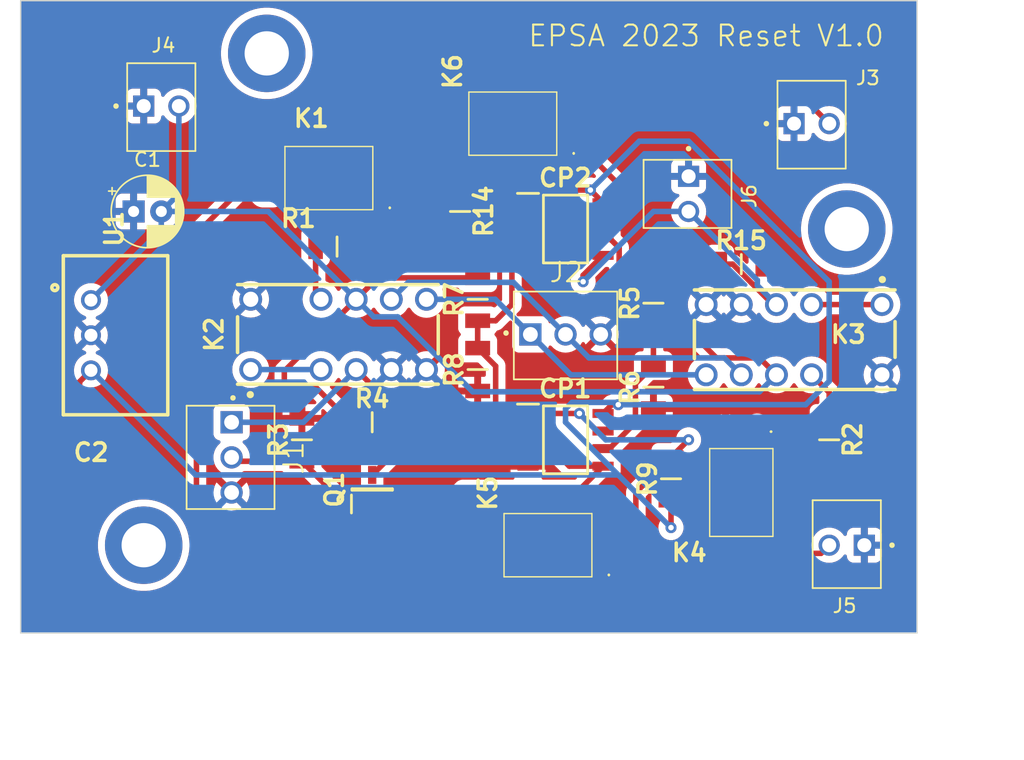
<source format=kicad_pcb>
(kicad_pcb (version 20221018) (generator pcbnew)
  (layers (0 "F.Cu" signal) (31 "B.Cu" signal) (34 "B.Paste" user) (35 "F.Paste" user) (36 "B.SilkS" user "B.Silkscreen") (37 "F.SilkS" user "F.Silkscreen") (38 "B.Mask" user) (39 "F.Mask" user) (44 "Edge.Cuts" user))
  (net 0 "")
  (net 1 "GND")
  (net 2 "+12V")
  (net 3 "/Opto IMD")
  (net 4 "OK_HS_IMD")
  (net 5 "/11V")
  (net 6 "+5V")
  (net 7 "/C Button + LED")
  (net 8 "/NO Button")
  (net 9 "/1V")
  (net 10 "/Opto AMS")
  (net 11 "Net-(K1-+_CONTROL)")
  (net 12 "Net-(K2-Pad1)")
  (net 13 "Net-(K2-Pad9)")
  (net 14 "AMS Status")
  (net 15 "/SC in")
  (net 16 "/SC out")
  (net 17 "IMD Indicator")
  (net 18 "/SC out IMD")
  (net 19 "/SC out dongle 2")
  (net 20 "Net-(K3-Pad1)")
  (net 21 "Net-(K3-Pad9)")
  (net 22 "Net-(K4-+_CONTROL)")
  (net 23 "/SC out dongle 1")
  (footprint "EPSA_lib:RESC3216X70N" (layer "F.Cu") (at 170.18 94.97)
    (fp_text reference "R15" (at -0.011901 -1.701971) (layer "F.SilkS") (effects (font (size 1.27 1.27) (thickness 0.254))))
    (fp_text value "10k" hide)
    (pad "1" smd rect (at -1.55 0) (size 1.05 1.8) (layers "F.Cu" "F.Paste" "F.Mask") (net 14 "AMS Status"))
    (pad "2" smd rect (at 1.55 0) (size 1.05 1.8) (layers "F.Cu" "F.Paste" "F.Mask") (net 1 "GND"))
  )
  (footprint "" (layer "F.Cu") (at 135.89 79.73)
    (fp_text reference "" (at 0 0) (layer "F.SilkS") (effects (font (size 1.27 1.27))))
    (fp_text value "" (at 0 0) (layer "F.SilkS") (effects (font (size 1.27 1.27))))
    (pad "1" thru_hole circle (at 0 0) (size 5.6 5.6) (drill 3.2) (layers "*.Cu" "*.Mask"))
  )
  (footprint "EPSA_lib:CPC1394GR" (layer "F.Cu") (at 153.67 84.81 90)
    (fp_text reference "K6" (at 3.763068 -4.351704 90) (layer "F.SilkS") (effects (font (size 1.27 1.27) (thickness 0.254))))
    (fp_text value "SSR CPC1394GR" hide)
    (pad "1" smd oval (at -1.143 4.4 90) (size 0.95 1.6) (layers "F.Cu" "F.Paste" "F.Mask") (net 10 "/Opto AMS"))
    (pad "2" smd oval (at 1.143 4.4 90) (size 0.95 1.6) (layers "F.Cu" "F.Paste" "F.Mask") (net 1 "GND"))
    (pad "3" smd oval (at 1.143 -4.4 90) (size 0.95 1.6) (layers "F.Cu" "F.Paste" "F.Mask") (net 19 "/SC out dongle 2"))
    (pad "4" smd oval (at -1.143 -4.4 90) (size 0.95 1.6) (layers "F.Cu" "F.Paste" "F.Mask") (net 15 "/SC in"))
  )
  (footprint "EPSA_lib:RESC3216X70N" (layer "F.Cu") (at 138.43 107.67 90)
    (fp_text reference "R3" (at -0.011901 -1.701971 90) (layer "F.SilkS") (effects (font (size 1.27 1.27) (thickness 0.254))))
    (fp_text value "10k" hide)
    (pad "1" smd rect (at -1.55 0 90) (size 1.05 1.8) (layers "F.Cu" "F.Paste" "F.Mask") (net 4 "OK_HS_IMD"))
    (pad "2" smd rect (at 1.55 0 90) (size 1.05 1.8) (layers "F.Cu" "F.Paste" "F.Mask") (net 1 "GND"))
  )
  (footprint "EPSA_lib:RESC3216X70N" (layer "F.Cu") (at 151.13 97.51 90)
    (fp_text reference "R7" (at -0.011901 -1.701971 90) (layer "F.SilkS") (effects (font (size 1.27 1.27) (thickness 0.254))))
    (fp_text value "2k" hide)
    (pad "1" smd rect (at -1.55 0 90) (size 1.05 1.8) (layers "F.Cu" "F.Paste" "F.Mask") (net 5 "/11V"))
    (pad "2" smd rect (at 1.55 0 90) (size 1.05 1.8) (layers "F.Cu" "F.Paste" "F.Mask") (net 2 "+12V"))
  )
  (footprint "" (layer "F.Cu") (at 177.8 92.43)
    (fp_text reference "" (at 0 0) (layer "F.SilkS") (effects (font (size 1.27 1.27))))
    (fp_text value "" (at 0 0) (layer "F.SilkS") (effects (font (size 1.27 1.27))))
    (pad "1" thru_hole circle (at 0 0) (size 5.6 5.6) (drill 3.2) (layers "*.Cu" "*.Mask"))
  )
  (footprint "EPSA_lib:CPC1394GR" (layer "F.Cu") (at 156.21 115.29 90)
    (fp_text reference "K5" (at 3.763068 -4.351704 90) (layer "F.SilkS") (effects (font (size 1.27 1.27) (thickness 0.254))))
    (fp_text value "SSR CPC1394GR" hide)
    (pad "1" smd oval (at -1.143 4.4 90) (size 0.95 1.6) (layers "F.Cu" "F.Paste" "F.Mask") (net 3 "/Opto IMD"))
    (pad "2" smd oval (at 1.143 4.4 90) (size 0.95 1.6) (layers "F.Cu" "F.Paste" "F.Mask") (net 1 "GND"))
    (pad "3" smd oval (at 1.143 -4.4 90) (size 0.95 1.6) (layers "F.Cu" "F.Paste" "F.Mask") (net 23 "/SC out dongle 1"))
    (pad "4" smd oval (at -1.143 -4.4 90) (size 0.95 1.6) (layers "F.Cu" "F.Paste" "F.Mask") (net 18 "/SC out IMD"))
  )
  (footprint "EPSA_lib:CAPC2012X130N" (layer "F.Cu") (at 123.19 110.21)
    (fp_text reference "C2" (at 0.011623 -1.627268) (layer "F.SilkS") (effects (font (size 1.27 1.27) (thickness 0.254))))
    (fp_text value "15p" hide)
    (pad "1" smd rect (at -0.82 0) (size 1.07 1.47) (layers "F.Cu" "F.Paste" "F.Mask") (net 6 "+5V"))
    (pad "2" smd rect (at 0.82 0) (size 1.07 1.47) (layers "F.Cu" "F.Paste" "F.Mask") (net 1 "GND"))
  )
  (footprint "EPSA_lib:MOLEX_22-11-2022" (layer "F.Cu") (at 173.99 84.81)
    (fp_text reference "J3" (at 5.334 -3.302 180) (layer "F.SilkS"))
    (fp_text value "2P Droit 2-11-2022")
    (pad "1" thru_hole rect (at 0 0) (size 1.53 1.53) (drill 1.02) (layers "*.Cu" "*.Mask") (net 1 "GND"))
    (pad "2" thru_hole circle (at 2.54 0) (size 1.53 1.53) (drill 1.02) (layers "*.Cu" "*.Mask") (net 15 "/SC in"))
  )
  (footprint "EPSA_lib:SOIC127P600X175-8N" (layer "F.Cu") (at 157.48 107.67)
    (fp_text reference "CP1" (at -0.021001 -3.6963) (layer "F.SilkS") (effects (font (size 1.27 1.27) (thickness 0.254))))
    (fp_text value "Comparateur Double LM393LVDR" hide)
    (pad "1" smd rect (at -2.711 -1.905 90) (size 0.65 1.528) (layers "F.Cu" "F.Paste" "F.Mask") (net 3 "/Opto IMD"))
    (pad "2" smd rect (at -2.711 -0.635 90) (size 0.65 1.528) (layers "F.Cu" "F.Paste" "F.Mask") (net 4 "OK_HS_IMD"))
    (pad "3" smd rect (at -2.711 0.635 90) (size 0.65 1.528) (layers "F.Cu" "F.Paste" "F.Mask") (net 5 "/11V"))
    (pad "4" smd rect (at -2.711 1.905 90) (size 0.65 1.528) (layers "F.Cu" "F.Paste" "F.Mask") (net 1 "GND"))
    (pad "5" smd rect (at 2.711 1.905 90) (size 0.65 1.528) (layers "F.Cu" "F.Paste" "F.Mask") (net 4 "OK_HS_IMD"))
    (pad "6" smd rect (at 2.711 0.635 90) (size 0.65 1.528) (layers "F.Cu" "F.Paste" "F.Mask") (net 9 "/1V"))
    (pad "7" smd rect (at 2.711 -0.635 90) (size 0.65 1.528) (layers "F.Cu" "F.Paste" "F.Mask") (net 3 "/Opto IMD"))
    (pad "8" smd rect (at 2.711 -1.905 90) (size 0.65 1.528) (layers "F.Cu" "F.Paste" "F.Mask") (net 6 "+5V"))
  )
  (footprint "EPSA_lib:MOLEX_22-11-2032" (layer "F.Cu") (at 133.35 106.4 -90)
    (fp_text reference "J1" (at 2.585 -4.489 90) (layer "F.SilkS") (effects (font (size 1.4 1.4))))
    (fp_text value "3P Droit 22-11-2032")
    (pad "1" thru_hole rect (at 0 0 270) (size 1.61 1.61) (drill 1.07) (layers "*.Cu" "*.Mask") (net 17 "IMD Indicator"))
    (pad "2" thru_hole circle (at 2.54 0 270) (size 1.61 1.61) (drill 1.07) (layers "*.Cu" "*.Mask") (net 4 "OK_HS_IMD"))
    (pad "3" thru_hole circle (at 5.08 0 270) (size 1.61 1.61) (drill 1.07) (layers "*.Cu" "*.Mask") (net 1 "GND"))
  )
  (footprint "EPSA_lib:RESC3216X70N" (layer "F.Cu") (at 165.1 110.49 90)
    (fp_text reference "R9" (at -0.011901 -1.701971 90) (layer "F.SilkS") (effects (font (size 1.27 1.27) (thickness 0.254))))
    (fp_text value "2k2" hide)
    (pad "1" smd rect (at -1.55 0 90) (size 1.05 1.8) (layers "F.Cu" "F.Paste" "F.Mask") (net 6 "+5V"))
    (pad "2" smd rect (at 1.55 0 90) (size 1.05 1.8) (layers "F.Cu" "F.Paste" "F.Mask") (net 3 "/Opto IMD"))
  )
  (footprint "" (layer "F.Cu") (at 127 115.29)
    (fp_text reference "" (at 0 0) (layer "F.SilkS") (effects (font (size 1.27 1.27))))
    (fp_text value "" (at 0 0) (layer "F.SilkS") (effects (font (size 1.27 1.27))))
    (pad "1" thru_hole circle (at 0 0) (size 5.6 5.6) (drill 3.2) (layers "*.Cu" "*.Mask"))
  )
  (footprint "EPSA_lib:V23079" (layer "F.Cu") (at 181.29 104.031905 180)
    (fp_text reference "K3" (at 3.3785 3.981905) (layer "F.SilkS") (effects (font (size 1.27 1.27) (thickness 0.254))))
    (fp_text value "V23079-B1203-B301" hide)
    (pad "1" thru_hole circle (at 0.95 6.14 180) (size 1.65 1.65) (drill 1.1) (layers "*.Cu" "*.Mask") (net 20 "Net-(K3-Pad1)"))
    (pad "2" thru_hole circle (at 6.03 6.14 180) (size 1.65 1.65) (drill 1.1) (layers "*.Cu" "*.Mask") (net 20 "Net-(K3-Pad1)"))
    (pad "3" thru_hole circle (at 8.57 6.14 180) (size 1.65 1.65) (drill 1.1) (layers "*.Cu" "*.Mask") (net 14 "AMS Status"))
    (pad "4" thru_hole circle (at 11.11 6.14 180) (size 1.65 1.65) (drill 1.1) (layers "*.Cu" "*.Mask") (net 1 "GND"))
    (pad "5" thru_hole circle (at 13.65 6.14 180) (size 1.65 1.65) (drill 1.1) (layers "*.Cu" "*.Mask") (net 1 "GND"))
    (pad "6" thru_hole circle (at 13.65 1.06 180) (size 1.65 1.65) (drill 1.1) (layers "*.Cu" "*.Mask") (net 8 "/NO Button"))
    (pad "7" thru_hole circle (at 11.11 1.06 180) (size 1.65 1.65) (drill 1.1) (layers "*.Cu" "*.Mask") (net 7 "/C Button + LED"))
    (pad "8" thru_hole circle (at 8.57 1.06 180) (size 1.65 1.65) (drill 1.1) (layers "*.Cu" "*.Mask") (net 2 "+12V"))
    (pad "9" thru_hole circle (at 6.03 1.06 180) (size 1.65 1.65) (drill 1.1) (layers "*.Cu" "*.Mask") (net 21 "Net-(K3-Pad9)"))
    (pad "10" thru_hole circle (at 0.95 1.06 180) (size 1.65 1.65) (drill 1.1) (layers "*.Cu" "*.Mask") (net 1 "GND"))
  )
  (footprint "EPSA_lib:MOLEX_22-11-2022" (layer "F.Cu") (at 179.07 115.29 180)
    (fp_text reference "J5" (at 1.425 -4.385) (layer "F.SilkS"))
    (fp_text value "2P Droit 2-11-2022")
    (pad "1" thru_hole rect (at 0 0 180) (size 1.53 1.53) (drill 1.02) (layers "*.Cu" "*.Mask") (net 1 "GND"))
    (pad "2" thru_hole circle (at 2.54 0 180) (size 1.53 1.53) (drill 1.02) (layers "*.Cu" "*.Mask") (net 16 "/SC out"))
  )
  (footprint "EPSA_lib:SOIC127P600X175-8N" (layer "F.Cu") (at 157.48 92.43)
    (fp_text reference "CP2" (at -0.021001 -3.6963) (layer "F.SilkS") (effects (font (size 1.27 1.27) (thickness 0.254))))
    (fp_text value "Comparateur Double LM393LVDR" hide)
    (pad "1" smd rect (at -2.711 -1.905 90) (size 0.65 1.528) (layers "F.Cu" "F.Paste" "F.Mask") (net 10 "/Opto AMS"))
    (pad "2" smd rect (at -2.711 -0.635 90) (size 0.65 1.528) (layers "F.Cu" "F.Paste" "F.Mask") (net 14 "AMS Status"))
    (pad "3" smd rect (at -2.711 0.635 90) (size 0.65 1.528) (layers "F.Cu" "F.Paste" "F.Mask") (net 5 "/11V"))
    (pad "4" smd rect (at -2.711 1.905 90) (size 0.65 1.528) (layers "F.Cu" "F.Paste" "F.Mask") (net 1 "GND"))
    (pad "5" smd rect (at 2.711 1.905 90) (size 0.65 1.528) (layers "F.Cu" "F.Paste" "F.Mask") (net 14 "AMS Status"))
    (pad "6" smd rect (at 2.711 0.635 90) (size 0.65 1.528) (layers "F.Cu" "F.Paste" "F.Mask") (net 9 "/1V"))
    (pad "7" smd rect (at 2.711 -0.635 90) (size 0.65 1.528) (layers "F.Cu" "F.Paste" "F.Mask") (net 10 "/Opto AMS"))
    (pad "8" smd rect (at 2.711 -1.905 90) (size 0.65 1.528) (layers "F.Cu" "F.Paste" "F.Mask") (net 6 "+5V"))
  )
  (footprint "EPSA_lib:RESC3216X70N" (layer "F.Cu") (at 163.83 103.86 90)
    (fp_text reference "R6" (at -0.011901 -1.701971 90) (layer "F.SilkS") (effects (font (size 1.27 1.27) (thickness 0.254))))
    (fp_text value "2k" hide)
    (pad "1" smd rect (at -1.55 0 90) (size 1.05 1.8) (layers "F.Cu" "F.Paste" "F.Mask") (net 1 "GND"))
    (pad "2" smd rect (at 1.55 0 90) (size 1.05 1.8) (layers "F.Cu" "F.Paste" "F.Mask") (net 9 "/1V"))
  )
  (footprint "EPSA_lib:RESC3216X70N" (layer "F.Cu") (at 149.86 91.16 -90)
    (fp_text reference "R14" (at -0.011901 -1.701971 90) (layer "F.SilkS") (effects (font (size 1.27 1.27) (thickness 0.254))))
    (fp_text value "2k2" hide)
    (pad "1" smd rect (at -1.55 0 270) (size 1.05 1.8) (layers "F.Cu" "F.Paste" "F.Mask") (net 6 "+5V"))
    (pad "2" smd rect (at 1.55 0 270) (size 1.05 1.8) (layers "F.Cu" "F.Paste" "F.Mask") (net 10 "/Opto AMS"))
  )
  (footprint "EPSA_lib:RESC3216X70N" (layer "F.Cu") (at 151.13 102.59 90)
    (fp_text reference "R8" (at -0.011901 -1.701971 90) (layer "F.SilkS") (effects (font (size 1.27 1.27) (thickness 0.254))))
    (fp_text value "22k" hide)
    (pad "1" smd rect (at -1.55 0 90) (size 1.05 1.8) (layers "F.Cu" "F.Paste" "F.Mask") (net 1 "GND"))
    (pad "2" smd rect (at 1.55 0 90) (size 1.05 1.8) (layers "F.Cu" "F.Paste" "F.Mask") (net 5 "/11V"))
  )
  (footprint "Capacitor_THT:CP_Radial_D5.0mm_P2.00mm" (layer "F.Cu") (at 126.27 91.16)
    (fp_text reference "C1" (at 1 -3.75) (layer "F.SilkS"))
    (fp_text value "C")
    (pad "1" thru_hole rect (at 0 0) (size 1.6 1.6) (drill 0.8) (layers "*.Cu" "*.Mask") (net 1 "GND"))
    (pad "2" thru_hole circle (at 2 0) (size 1.6 1.6) (drill 0.8) (layers "*.Cu" "*.Mask") (net 2 "+12V"))
  )
  (footprint "EPSA_lib:MOLEX_22-11-2022" (layer "F.Cu") (at 166.37 88.62 -90)
    (fp_text reference "J6" (at 1.425 -4.385 90) (layer "F.SilkS"))
    (fp_text value "2P Droit 2-11-2022")
    (pad "1" thru_hole rect (at 0 0 270) (size 1.53 1.53) (drill 1.02) (layers "*.Cu" "*.Mask") (net 1 "GND"))
    (pad "2" thru_hole circle (at 2.54 0 270) (size 1.53 1.53) (drill 1.02) (layers "*.Cu" "*.Mask") (net 14 "AMS Status"))
  )
  (footprint "EPSA_lib:V23079" (layer "F.Cu") (at 133.7815 96.45)
    (fp_text reference "K2" (at -1.7015 3.6 90) (layer "F.SilkS") (effects (font (size 1.27 1.27) (thickness 0.254))))
    (fp_text value "V23079-B1203-B301" hide)
    (pad "1" thru_hole circle (at 0.95 6.14) (size 1.65 1.65) (drill 1.1) (layers "*.Cu" "*.Mask") (net 12 "Net-(K2-Pad1)"))
    (pad "2" thru_hole circle (at 6.03 6.14) (size 1.65 1.65) (drill 1.1) (layers "*.Cu" "*.Mask") (net 12 "Net-(K2-Pad1)"))
    (pad "3" thru_hole circle (at 8.57 6.14) (size 1.65 1.65) (drill 1.1) (layers "*.Cu" "*.Mask") (net 17 "IMD Indicator"))
    (pad "4" thru_hole circle (at 11.11 6.14) (size 1.65 1.65) (drill 1.1) (layers "*.Cu" "*.Mask") (net 1 "GND"))
    (pad "5" thru_hole circle (at 13.65 6.14) (size 1.65 1.65) (drill 1.1) (layers "*.Cu" "*.Mask") (net 1 "GND"))
    (pad "6" thru_hole circle (at 13.65 1.06) (size 1.65 1.65) (drill 1.1) (layers "*.Cu" "*.Mask") (net 8 "/NO Button"))
    (pad "7" thru_hole circle (at 11.11 1.06) (size 1.65 1.65) (drill 1.1) (layers "*.Cu" "*.Mask") (net 7 "/C Button + LED"))
    (pad "8" thru_hole circle (at 8.57 1.06) (size 1.65 1.65) (drill 1.1) (layers "*.Cu" "*.Mask") (net 2 "+12V"))
    (pad "9" thru_hole circle (at 6.03 1.06) (size 1.65 1.65) (drill 1.1) (layers "*.Cu" "*.Mask") (net 13 "Net-(K2-Pad9)"))
    (pad "10" thru_hole circle (at 0.95 1.06) (size 1.65 1.65) (drill 1.1) (layers "*.Cu" "*.Mask") (net 1 "GND"))
  )
  (footprint "EPSA_lib:RESC3216X70N" (layer "F.Cu") (at 143.51 106.4)
    (fp_text reference "R4" (at -0.011901 -1.701971) (layer "F.SilkS") (effects (font (size 1.27 1.27) (thickness 0.254))))
    (fp_text value "1k" hide)
    (pad "1" smd rect (at -1.55 0) (size 1.05 1.8) (layers "F.Cu" "F.Paste" "F.Mask") (net 2 "+12V"))
    (pad "2" smd rect (at 1.55 0) (size 1.05 1.8) (layers "F.Cu" "F.Paste" "F.Mask") (net 17 "IMD Indicator"))
  )
  (footprint "EPSA_lib:CPC1394GR" (layer "F.Cu") (at 140.38 88.747 90)
    (fp_text reference "K1" (at 4.318 -1.27 180) (layer "F.SilkS") (effects (font (size 1.27 1.27) (thickness 0.254))))
    (fp_text value "SSR CPC1394GR" hide)
    (pad "1" smd oval (at -1.143 4.4 90) (size 0.95 1.6) (layers "F.Cu" "F.Paste" "F.Mask") (net 11 "Net-(K1-+_CONTROL)"))
    (pad "2" smd oval (at 1.143 4.4 90) (size 0.95 1.6) (layers "F.Cu" "F.Paste" "F.Mask") (net 1 "GND"))
    (pad "3" smd oval (at 1.143 -4.4 90) (size 0.95 1.6) (layers "F.Cu" "F.Paste" "F.Mask") (net 18 "/SC out IMD"))
    (pad "4" smd oval (at -1.143 -4.4 90) (size 0.95 1.6) (layers "F.Cu" "F.Paste" "F.Mask") (net 19 "/SC out dongle 2"))
  )
  (footprint "EPSA_lib:MOLEX_22-11-2032" (layer "F.Cu") (at 154.94 100.05)
    (fp_text reference "J2" (at 2.585 -4.489) (layer "F.SilkS") (effects (font (size 1.4 1.4))))
    (fp_text value "3P Droit 22-11-2032")
    (pad "1" thru_hole rect (at 0 0) (size 1.61 1.61) (drill 1.07) (layers "*.Cu" "*.Mask") (net 8 "/NO Button"))
    (pad "2" thru_hole circle (at 2.54 0) (size 1.61 1.61) (drill 1.07) (layers "*.Cu" "*.Mask") (net 7 "/C Button + LED"))
    (pad "3" thru_hole circle (at 5.08 0) (size 1.61 1.61) (drill 1.07) (layers "*.Cu" "*.Mask") (net 1 "GND"))
  )
  (footprint "EPSA_lib:MOLEX_22-11-2022" (layer "F.Cu") (at 127 83.54)
    (fp_text reference "J4" (at 1.425 -4.385) (layer "F.SilkS"))
    (fp_text value "2P Droit 2-11-2022")
    (pad "1" thru_hole rect (at 0 0) (size 1.53 1.53) (drill 1.02) (layers "*.Cu" "*.Mask") (net 1 "GND"))
    (pad "2" thru_hole circle (at 2.54 0) (size 1.53 1.53) (drill 1.02) (layers "*.Cu" "*.Mask") (net 2 "+12V"))
  )
  (footprint "EPSA_lib:RESC3216X70N" (layer "F.Cu") (at 176.53 107.67 -90)
    (fp_text reference "R2" (at -0.011901 -1.701971 90) (layer "F.SilkS") (effects (font (size 1.27 1.27) (thickness 0.254))))
    (fp_text value "2k2" hide)
    (pad "1" smd rect (at -1.55 0 270) (size 1.05 1.8) (layers "F.Cu" "F.Paste" "F.Mask") (net 21 "Net-(K3-Pad9)"))
    (pad "2" smd rect (at 1.55 0 270) (size 1.05 1.8) (layers "F.Cu" "F.Paste" "F.Mask") (net 22 "Net-(K4-+_CONTROL)"))
  )
  (footprint "EPSA_lib:SOT95P237X112-3N" (layer "F.Cu") (at 143.51 111.26 90)
    (fp_text reference "Q1" (at -0.013584 -2.730562 90) (layer "F.SilkS") (effects (font (size 1.27 1.27) (thickness 0.254))))
    (fp_text value "NMOS SQ2348ES-T1_GE3" hide)
    (pad "1" smd rect (at -1.05 -0.95 180) (size 0.6 1.3) (layers "F.Cu" "F.Paste" "F.Mask") (net 4 "OK_HS_IMD"))
    (pad "2" smd rect (at -1.05 0.95 180) (size 0.6 1.3) (layers "F.Cu" "F.Paste" "F.Mask") (net 1 "GND"))
    (pad "3" smd rect (at 1.05 0 180) (size 0.6 1.3) (layers "F.Cu" "F.Paste" "F.Mask") (net 17 "IMD Indicator"))
  )
  (footprint "EPSA_lib:RESC3216X70N" (layer "F.Cu") (at 163.83 97.79 90)
    (fp_text reference "R5" (at -0.011901 -1.701971 90) (layer "F.SilkS") (effects (font (size 1.27 1.27) (thickness 0.254))))
    (fp_text value "22k" hide)
    (pad "1" smd rect (at -1.55 0 90) (size 1.05 1.8) (layers "F.Cu" "F.Paste" "F.Mask") (net 9 "/1V"))
    (pad "2" smd rect (at 1.55 0 90) (size 1.05 1.8) (layers "F.Cu" "F.Paste" "F.Mask") (net 2 "+12V"))
  )
  (footprint "EPSA_lib:RESC3216X70N" (layer "F.Cu") (at 140.97 93.7)
    (fp_text reference "R1" (at -2.794 -2.032) (layer "F.SilkS") (effects (font (size 1.27 1.27) (thickness 0.254))))
    (fp_text value "2k2" hide)
    (pad "1" smd rect (at -1.55 0) (size 1.05 1.8) (layers "F.Cu" "F.Paste" "F.Mask") (net 13 "Net-(K2-Pad9)"))
    (pad "2" smd rect (at 1.55 0) (size 1.05 1.8) (layers "F.Cu" "F.Paste" "F.Mask") (net 11 "Net-(K1-+_CONTROL)"))
  )
  (footprint "EPSA_lib:CPC1394GR" (layer "F.Cu") (at 170.18 111.48 180)
    (fp_text reference "K4" (at 3.763068 -4.351704) (layer "F.SilkS") (effects (font (size 1.27 1.27) (thickness 0.254))))
    (fp_text value "SSR CPC1394GR" hide)
    (pad "1" smd oval (at -1.143 4.4 180) (size 0.95 1.6) (layers "F.Cu" "F.Paste" "F.Mask") (net 22 "Net-(K4-+_CONTROL)"))
    (pad "2" smd oval (at 1.143 4.4 180) (size 0.95 1.6) (layers "F.Cu" "F.Paste" "F.Mask") (net 1 "GND"))
    (pad "3" smd oval (at 1.143 -4.4 180) (size 0.95 1.6) (layers "F.Cu" "F.Paste" "F.Mask") (net 23 "/SC out dongle 1"))
    (pad "4" smd oval (at -1.143 -4.4 180) (size 0.95 1.6) (layers "F.Cu" "F.Paste" "F.Mask") (net 16 "/SC out"))
  )
  (footprint "EPSA_lib:TSR-0.5-2433" (layer "F.Cu") (at 121.19 94.36 -90)
    (fp_text reference "U1" (at -1.944788 -3.669372 90) (layer "F.SilkS") (effects (font (size 1.27 1.27) (thickness 0.254))))
    (fp_text value "Alim LP TSR_0.5-2450" hide)
    (pad "1" thru_hole circle (at 3.21 -2 270) (size 1.44 1.44) (drill 0.94) (layers "*.Cu" "*.Mask") (net 2 "+12V"))
    (pad "2" thru_hole circle (at 5.75 -2 270) (size 1.44 1.44) (drill 0.94) (layers "*.Cu" "*.Mask") (net 1 "GND"))
    (pad "3" thru_hole circle (at 8.29 -2 270) (size 1.44 1.44) (drill 0.94) (layers "*.Cu" "*.Mask") (net 6 "+5V"))
  )
  (gr_rect (start 118.11 75.92) (end 182.88 121.64) (stroke (width 0.1)) (fill none) (layer "Edge.Cuts"))
  (gr_text "EPSA 2023 Reset V1.0" (at 167.64 78.46) (layer "F.SilkS") (effects (font (size 1.5 1.5))))
  (segment (start 137.16 103.86) (end 139.42 103.86) (width 0.4) (layer "F.Cu") (net 2))
  (segment (start 163.83 96.24) (end 163.83 97.195817) (width 0.4) (layer "F.Cu") (net 2))
  (segment (start 151.13 95.96) (end 143.9015 95.96) (width 0.4) (layer "F.Cu") (net 2))
  (segment (start 137.16 102.7015) (end 137.16 103.86) (width 0.4) (layer "F.Cu") (net 2))
  (segment (start 143.9015 95.96) (end 142.3515 97.51) (width 0.4) (layer "F.Cu") (net 2))
  (segment (start 142.3515 97.51) (end 137.16 102.7015) (width 0.4) (layer "F.Cu") (net 2))
  (segment (start 171.495 101.746905) (end 172.72 102.971905) (width 0.4) (layer "F.Cu") (net 2))
  (segment (start 139.42 103.86) (end 141.96 106.4) (width 0.4) (layer "F.Cu") (net 2))
  (segment (start 163.83 97.195817) (end 168.381088 101.746905) (width 0.4) (layer "F.Cu") (net 2))
  (segment (start 168.381088 101.746905) (end 171.495 101.746905) (width 0.4) (layer "F.Cu") (net 2))
  (segment (start 129.54 83.54) (end 129.54 89.89) (width 0.4) (layer "B.Cu") (net 2))
  (segment (start 129.54 89.89) (end 128.27 91.16) (width 0.4) (layer "B.Cu") (net 2))
  (segment (start 143.6215 98.78) (end 145.353912 98.78) (width 0.4) (layer "B.Cu") (net 2))
  (segment (start 128.27 92.49) (end 123.19 97.57) (width 0.4) (layer "B.Cu") (net 2))
  (segment (start 150.770817 104.196905) (end 171.495 104.196905) (width 0.4) (layer "B.Cu") (net 2))
  (segment (start 142.3515 97.51) (end 136.0015 91.16) (width 0.4) (layer "B.Cu") (net 2))
  (segment (start 128.27 91.16) (end 128.27 92.49) (width 0.4) (layer "B.Cu") (net 2))
  (segment (start 136.0015 91.16) (end 128.27 91.16) (width 0.4) (layer "B.Cu") (net 2))
  (segment (start 171.495 104.196905) (end 172.72 102.971905) (width 0.4) (layer "B.Cu") (net 2))
  (segment (start 142.3515 97.51) (end 143.6215 98.78) (width 0.4) (layer "B.Cu") (net 2))
  (segment (start 145.353912 98.78) (end 150.770817 104.196905) (width 0.4) (layer "B.Cu") (net 2))
  (segment (start 166.37 107.67) (end 165.1 108.94) (width 0.4) (layer "F.Cu") (net 3))
  (segment (start 160.191 107.035) (end 159.752 107.035) (width 0.4) (layer "F.Cu") (net 3))
  (segment (start 158.482 105.765) (end 154.769 105.765) (width 0.4) (layer "F.Cu") (net 3))
  (segment (start 162.56 114.483) (end 160.61 116.433) (width 0.4) (layer "F.Cu") (net 3))
  (segment (start 162.56 111.48) (end 162.56 114.483) (width 0.4) (layer "F.Cu") (net 3))
  (segment (start 165.1 108.94) (end 162.56 111.48) (width 0.4) (layer "F.Cu") (net 3))
  (segment (start 159.752 107.035) (end 158.482 105.765) (width 0.4) (layer "F.Cu") (net 3))
  (via (at 166.37 107.67) (size 0.8) (drill 0.4) (layers "F.Cu" "B.Cu") (net 3))
  (via (at 158.482 105.765) (size 0.8) (drill 0.4) (layers "F.Cu" "B.Cu") (net 3))
  (segment (start 160.387 107.67) (end 166.37 107.67) (width 0.4) (layer "B.Cu") (net 3))
  (segment (start 158.482 105.765) (end 160.387 107.67) (width 0.4) (layer "B.Cu") (net 3))
  (segment (start 144.27 114.02) (end 142.56 112.31) (width 0.4) (layer "F.Cu") (net 4))
  (segment (start 157.748 109.575) (end 160.191 109.575) (width 0.4) (layer "F.Cu") (net 4))
  (segment (start 158.506 111.26) (end 150.08 111.26) (width 0.4) (layer "F.Cu") (net 4))
  (segment (start 150.08 111.26) (end 147.32 114.02) (width 0.4) (layer "F.Cu") (net 4))
  (segment (start 141.52 112.31) (end 138.43 109.22) (width 0.4) (layer "F.Cu") (net 4))
  (segment (start 154.769 107.035) (end 155.208 107.035) (width 0.4) (layer "F.Cu") (net 4))
  (segment (start 142.56 112.31) (end 141.52 112.31) (width 0.4) (layer "F.Cu") (net 4))
  (segment (start 133.63 109.22) (end 133.35 108.94) (width 0.4) (layer "F.Cu") (net 4))
  (segment (start 155.208 107.035) (end 157.748 109.575) (width 0.4) (layer "F.Cu") (net 4))
  (segment (start 160.191 109.575) (end 158.506 111.26) (width 0.4) (layer "F.Cu") (net 4))
  (segment (start 147.32 114.02) (end 144.27 114.02) (width 0.4) (layer "F.Cu") (net 4))
  (segment (start 138.43 109.22) (end 133.63 109.22) (width 0.4) (layer "F.Cu") (net 4))
  (segment (start 152.43 102.34) (end 152.43 106.405) (width 0.4) (layer "F.Cu") (net 5))
  (segment (start 151.13 101.04) (end 152.43 102.34) (width 0.4) (layer "F.Cu") (net 5))
  (segment (start 152.43 99.06) (end 153.605 97.885) (width 0.4) (layer "F.Cu") (net 5))
  (segment (start 153.605 97.885) (end 153.605 93.79) (width 0.4) (layer "F.Cu") (net 5))
  (segment (start 151.13 99.06) (end 151.13 101.04) (width 0.4) (layer "F.Cu") (net 5))
  (segment (start 152.43 106.405) (end 154.33 108.305) (width 0.4) (layer "F.Cu") (net 5))
  (segment (start 153.605 93.79) (end 154.33 93.065) (width 0.4) (layer "F.Cu") (net 5))
  (segment (start 151.13 99.06) (end 152.43 99.06) (width 0.4) (layer "F.Cu") (net 5))
  (segment (start 154.33 108.305) (end 154.769 108.305) (width 0.4) (layer "F.Cu") (net 5))
  (segment (start 154.33 93.065) (end 154.769 93.065) (width 0.4) (layer "F.Cu") (net 5))
  (segment (start 160.826 105.13) (end 160.191 105.765) (width 0.4) (layer "F.Cu") (net 6))
  (segment (start 122.37 103.47) (end 123.19 102.65) (width 0.4) (layer "F.Cu") (net 6))
  (segment (start 149.86 89.61) (end 159.276 89.61) (width 0.4) (layer "F.Cu") (net 6))
  (segment (start 122.37 110.21) (end 122.37 103.47) (width 0.4) (layer "F.Cu") (net 6))
  (segment (start 161.29 105.13) (end 160.826 105.13) (width 0.4) (layer "F.Cu") (net 6))
  (segment (start 165.1 114.02) (end 165.1 112.04) (width 0.4) (layer "F.Cu") (net 6))
  (segment (start 159.276 89.61) (end 160.191 90.525) (width 0.4) (layer "F.Cu") (net 6))
  (via (at 159.276 89.61) (size 0.8) (drill 0.4) (layers "F.Cu" "B.Cu") (net 6))
  (via (at 165.1 114.02) (size 0.8) (drill 0.4) (layers "F.Cu" "B.Cu") (net 6))
  (via (at 161.29 105.13) (size 0.8) (drill 0.4) (layers "F.Cu" "B.Cu") (net 6))
  (segment (start 161.125 104.965) (end 161.29 105.13) (width 0.4) (layer "B.Cu") (net 6))
  (segment (start 174.834317 105.13) (end 161.29 105.13) (width 0.4) (layer "B.Cu") (net 6))
  (segment (start 157.948629 104.965) (end 161.125 104.965) (width 0.4) (layer "B.Cu") (net 6))
  (segment (start 162.806 86.08) (end 166.37 86.08) (width 0.4) (layer "B.Cu") (net 6))
  (segment (start 123.19 102.65) (end 130.75 110.21) (width 0.4) (layer "B.Cu") (net 6))
  (segment (start 161.29 110.21) (end 157.48 106.4) (width 0.4) (layer "B.Cu") (net 6))
  (segment (start 176.53 96.24) (end 176.53 103.434317) (width 0.4) (layer "B.Cu") (net 6))
  (segment (start 166.37 86.08) (end 176.53 96.24) (width 0.4) (layer "B.Cu") (net 6))
  (segment (start 130.75 110.21) (end 161.29 110.21) (width 0.4) (layer "B.Cu") (net 6))
  (segment (start 159.276 89.61) (end 162.806 86.08) (width 0.4) (layer "B.Cu") (net 6))
  (segment (start 157.48 105.433629) (end 157.948629 104.965) (width 0.4) (layer "B.Cu") (net 6))
  (segment (start 157.48 106.4) (end 157.48 105.433629) (width 0.4) (layer "B.Cu") (net 6))
  (segment (start 176.53 103.434317) (end 174.834317 105.13) (width 0.4) (layer "B.Cu") (net 6))
  (segment (start 161.29 110.21) (end 165.1 114.02) (width 0.4) (layer "B.Cu") (net 6))
  (segment (start 146.1165 96.285) (end 144.8915 97.51) (width 0.4) (layer "B.Cu") (net 7))
  (segment (start 157.48 100.05) (end 153.715 96.285) (width 0.4) (layer "B.Cu") (net 7))
  (segment (start 159.176905 101.746905) (end 168.955 101.746905) (width 0.4) (layer "B.Cu") (net 7))
  (segment (start 157.48 100.05) (end 159.176905 101.746905) (width 0.4) (layer "B.Cu") (net 7))
  (segment (start 168.955 101.746905) (end 170.18 102.971905) (width 0.4) (layer "B.Cu") (net 7))
  (segment (start 153.715 96.285) (end 146.1165 96.285) (width 0.4) (layer "B.Cu") (net 7))
  (segment (start 157.861905 102.971905) (end 167.64 102.971905) (width 0.4) (layer "B.Cu") (net 8))
  (segment (start 147.4315 97.51) (end 152.4 97.51) (width 0.4) (layer "B.Cu") (net 8))
  (segment (start 154.94 100.05) (end 157.861905 102.971905) (width 0.4) (layer "B.Cu") (net 8))
  (segment (start 152.4 97.51) (end 154.94 100.05) (width 0.4) (layer "B.Cu") (net 8))
  (segment (start 163.83 102.31) (end 162.53 103.61) (width 0.4) (layer "F.Cu") (net 9))
  (segment (start 163.83 99.34) (end 163.83 102.31) (width 0.4) (layer "F.Cu") (net 9))
  (segment (start 162.56 106.4) (end 160.655 108.305) (width 0.4) (layer "F.Cu") (net 9))
  (segment (start 162.53 106.37) (end 162.56 106.4) (width 0.4) (layer "F.Cu") (net 9))
  (segment (start 160.655 108.305) (end 160.191 108.305) (width 0.4) (layer "F.Cu") (net 9))
  (segment (start 162.53 103.61) (end 162.53 106.37) (width 0.4) (layer "F.Cu") (net 9))
  (segment (start 161.355 93.79) (end 161.355 96.865) (width 0.4) (layer "F.Cu") (net 9))
  (segment (start 160.191 93.065) (end 160.63 93.065) (width 0.4) (layer "F.Cu") (net 9))
  (segment (start 161.355 96.865) (end 163.83 99.34) (width 0.4) (layer "F.Cu") (net 9))
  (segment (start 160.63 93.065) (end 161.355 93.79) (width 0.4) (layer "F.Cu") (net 9))
  (segment (start 160.63 91.795) (end 160.191 91.795) (width 0.4) (layer "F.Cu") (net 10))
  (segment (start 154.769 90.525) (end 155.208 90.525) (width 0.4) (layer "F.Cu") (net 10))
  (segment (start 161.355 89.238) (end 161.355 91.07) (width 0.4) (layer "F.Cu") (net 10))
  (segment (start 152.045 90.525) (end 149.86 92.71) (width 0.4) (layer "F.Cu") (net 10))
  (segment (start 155.208 90.525) (end 156.478 91.795) (width 0.4) (layer "F.Cu") (net 10))
  (segment (start 154.769 90.525) (end 152.045 90.525) (width 0.4) (layer "F.Cu") (net 10))
  (segment (start 156.478 91.795) (end 160.191 91.795) (width 0.4) (layer "F.Cu") (net 10))
  (segment (start 161.355 91.07) (end 160.63 91.795) (width 0.4) (layer "F.Cu") (net 10))
  (segment (start 158.07 85.953) (end 161.355 89.238) (width 0.4) (layer "F.Cu") (net 10))
  (segment (start 142.52 92.15) (end 144.78 89.89) (width 0.4) (layer "F.Cu") (net 11))
  (segment (start 142.52 93.7) (end 142.52 92.15) (width 0.4) (layer "F.Cu") (net 11))
  (segment (start 139.8115 102.59) (end 134.7315 102.59) (width 0.4) (layer "B.Cu") (net 12))
  (segment (start 139.42 93.7) (end 139.42 97.1185) (width 0.4) (layer "F.Cu") (net 13))
  (segment (start 139.42 97.1185) (end 139.8115 97.51) (width 0.4) (layer "F.Cu") (net 13))
  (segment (start 154.769 91.795) (end 155.208 91.795) (width 0.4) (layer "F.Cu") (net 14))
  (segment (start 158.75 95.776) (end 160.191 94.335) (width 0.4) (layer "F.Cu") (net 14))
  (segment (start 155.208 91.795) (end 157.748 94.335) (width 0.4) (layer "F.Cu") (net 14))
  (segment (start 158.75 96.24) (end 158.75 95.776) (width 0.4) (layer "F.Cu") (net 14))
  (segment (start 168.63 94.97) (end 169.555 94.97) (width 0.4) (layer "F.Cu") (net 14))
  (segment (start 172.476905 97.891905) (end 172.72 97.891905) (width 0.4) (layer "F.Cu") (net 14))
  (segment (start 157.748 94.335) (end 160.191 94.335) (width 0.4) (layer "F.Cu") (net 14))
  (segment (start 169.555 94.97) (end 172.476905 97.891905) (width 0.4) (layer "F.Cu") (net 14))
  (via (at 158.75 96.24) (size 0.8) (drill 0.4) (layers "F.Cu" "B.Cu") (net 14))
  (segment (start 171.3385 96.510405) (end 172.72 97.891905) (width 0.4) (layer "B.Cu") (net 14))
  (segment (start 166.37 91.16) (end 171.3385 96.1285) (width 0.4) (layer "B.Cu") (net 14))
  (segment (start 171.3385 96.1285) (end 171.3385 96.510405) (width 0.4) (layer "B.Cu") (net 14))
  (segment (start 163.83 91.16) (end 158.75 96.24) (width 0.4) (layer "B.Cu") (net 14))
  (segment (start 166.37 91.16) (end 163.83 91.16) (width 0.4) (layer "B.Cu") (net 14))
  (segment (start 172.72 81) (end 156.21 81) (width 0.4) (layer "F.Cu") (net 15))
  (segment (start 176.53 84.81) (end 172.72 81) (width 0.4) (layer "F.Cu") (net 15))
  (segment (start 151.257 85.953) (end 149.27 85.953) (width 0.4) (layer "F.Cu") (net 15))
  (segment (start 156.21 81) (end 151.257 85.953) (width 0.4) (layer "F.Cu") (net 15))
  (segment (start 171.323 115.88) (end 175.94 115.88) (width 0.4) (layer "F.Cu") (net 16))
  (segment (start 175.94 115.88) (end 176.53 115.29) (width 0.4) (layer "F.Cu") (net 16))
  (segment (start 145.06 105.2985) (end 145.06 106.4) (width 0.4) (layer "F.Cu") (net 17))
  (segment (start 145.06 108.66) (end 143.51 110.21) (width 0.4) (layer "F.Cu") (net 17))
  (segment (start 142.3515 102.59) (end 145.06 105.2985) (width 0.4) (layer "F.Cu") (net 17))
  (segment (start 145.06 106.4) (end 145.06 108.66) (width 0.4) (layer "F.Cu") (net 17))
  (segment (start 133.35 106.4) (end 138.5415 106.4) (width 0.4) (layer "B.Cu") (net 17))
  (segment (start 138.5415 106.4) (end 142.3515 102.59) (width 0.4) (layer "B.Cu") (net 17))
  (segment (start 135.763 116.433) (end 130.81 111.48) (width 0.4) (layer "F.Cu") (net 18))
  (segment (start 151.81 116.433) (end 135.763 116.433) (width 0.4) (layer "F.Cu") (net 18))
  (segment (start 130.81 92.774) (end 135.98 87.604) (width 0.4) (layer "F.Cu") (net 18))
  (segment (start 130.81 111.48) (end 130.81 92.774) (width 0.4) (layer "F.Cu") (net 18))
  (segment (start 149.27 83.667) (end 142.203 83.667) (width 0.4) (layer "F.Cu") (net 19))
  (segment (start 142.203 83.667) (end 135.98 89.89) (width 0.4) (layer "F.Cu") (net 19))
  (segment (start 175.26 97.891905) (end 180.34 97.891905) (width 0.4) (layer "F.Cu") (net 20))
  (segment (start 176.53 104.241905) (end 175.26 102.971905) (width 0.4) (layer "F.Cu") (net 21))
  (segment (start 176.53 106.12) (end 176.53 104.241905) (width 0.4) (layer "F.Cu") (net 21))
  (segment (start 173.463 109.22) (end 171.323 107.08) (width 0.4) (layer "F.Cu") (net 22))
  (segment (start 176.53 109.22) (end 173.463 109.22) (width 0.4) (layer "F.Cu") (net 22))
  (segment (start 154.971 117.308) (end 167.609 117.308) (width 0.4) (layer "F.Cu") (net 23))
  (segment (start 167.609 117.308) (end 169.037 115.88) (width 0.4) (layer "F.Cu") (net 23))
  (segment (start 151.81 114.147) (end 154.971 117.308) (width 0.4) (layer "F.Cu") (net 23))
  (zone (net 1) (net_name "GND") (layers "F&B.Cu") (connect_pads (clearance 0.508)) (min_thickness 0.25) (fill yes (thermal_gap 0.5) (thermal_bridge_width 0.5))
    (polygon (pts (xy 118.11 75.92) (xy 118.11 121.64) (xy 182.88 121.64) (xy 182.88 75.92)))
  )
)
</source>
